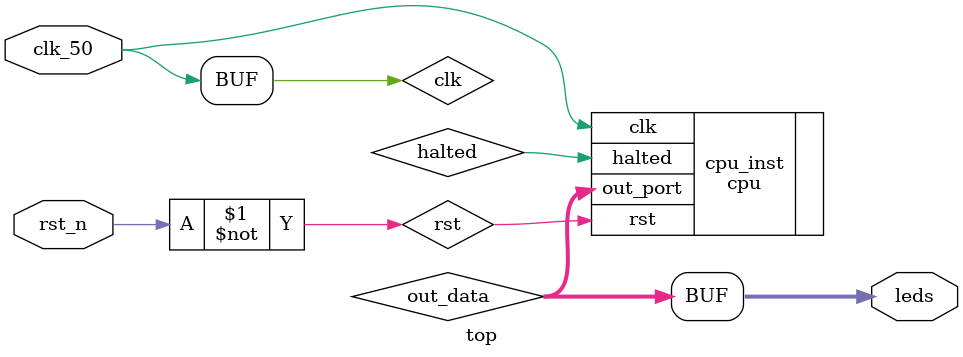
<source format=v>
module top (
    input clk_50,
    input rst_n,
    output [7:0] leds
);

    wire clk = clk_50;
    wire rst = ~rst_n;

    wire [7:0] out_data;
    wire halted;

    cpu cpu_inst (
        .clk(clk),
        .rst(rst),
        .out_port(out_data),
        .halted(halted)
    );

    assign leds = out_data;

endmodule

</source>
